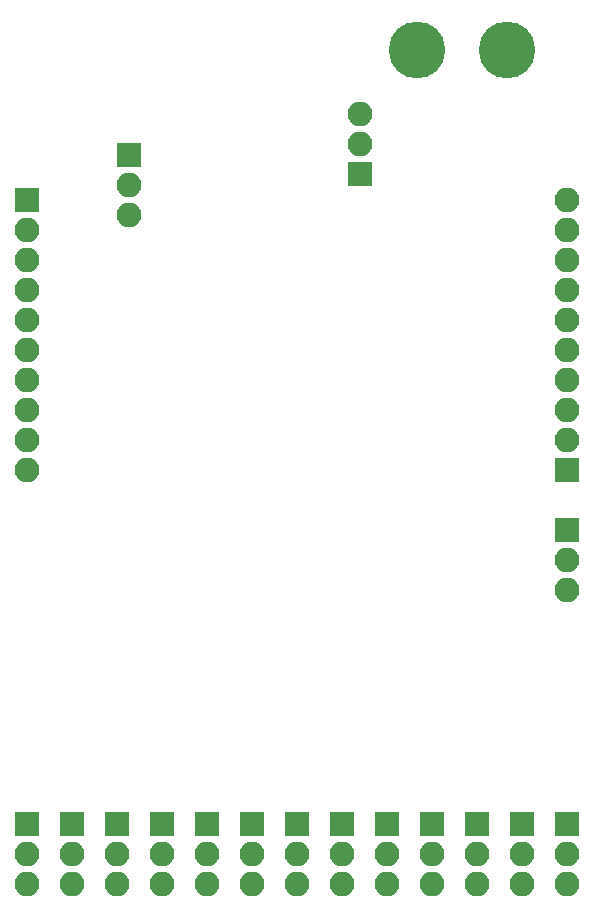
<source format=gbs>
G04 #@! TF.FileFunction,Soldermask,Bot*
%FSLAX46Y46*%
G04 Gerber Fmt 4.6, Leading zero omitted, Abs format (unit mm)*
G04 Created by KiCad (PCBNEW 4.0.4-stable) date 04/11/18 12:19:16*
%MOMM*%
%LPD*%
G01*
G04 APERTURE LIST*
%ADD10C,0.100000*%
%ADD11C,4.800000*%
%ADD12R,2.100000X2.100000*%
%ADD13O,2.100000X2.100000*%
G04 APERTURE END LIST*
D10*
D11*
X127000000Y-88900000D03*
X134620000Y-88900000D03*
D12*
X122174000Y-99441000D03*
D13*
X122174000Y-96901000D03*
X122174000Y-94361000D03*
D12*
X93980000Y-101600000D03*
D13*
X93980000Y-104140000D03*
X93980000Y-106680000D03*
X93980000Y-109220000D03*
X93980000Y-111760000D03*
X93980000Y-114300000D03*
X93980000Y-116840000D03*
X93980000Y-119380000D03*
X93980000Y-121920000D03*
X93980000Y-124460000D03*
D12*
X102616000Y-97790000D03*
D13*
X102616000Y-100330000D03*
X102616000Y-102870000D03*
D12*
X139700000Y-124460000D03*
D13*
X139700000Y-121920000D03*
X139700000Y-119380000D03*
X139700000Y-116840000D03*
X139700000Y-114300000D03*
X139700000Y-111760000D03*
X139700000Y-109220000D03*
X139700000Y-106680000D03*
X139700000Y-104140000D03*
X139700000Y-101600000D03*
D12*
X139700000Y-129540000D03*
D13*
X139700000Y-132080000D03*
X139700000Y-134620000D03*
D12*
X93980000Y-154432000D03*
D13*
X93980000Y-156972000D03*
X93980000Y-159512000D03*
D12*
X97790000Y-154432000D03*
D13*
X97790000Y-156972000D03*
X97790000Y-159512000D03*
D12*
X101600000Y-154432000D03*
D13*
X101600000Y-156972000D03*
X101600000Y-159512000D03*
D12*
X105410000Y-154432000D03*
D13*
X105410000Y-156972000D03*
X105410000Y-159512000D03*
D12*
X109220000Y-154432000D03*
D13*
X109220000Y-156972000D03*
X109220000Y-159512000D03*
D12*
X113030000Y-154432000D03*
D13*
X113030000Y-156972000D03*
X113030000Y-159512000D03*
D12*
X116840000Y-154432000D03*
D13*
X116840000Y-156972000D03*
X116840000Y-159512000D03*
D12*
X120650000Y-154432000D03*
D13*
X120650000Y-156972000D03*
X120650000Y-159512000D03*
D12*
X124460000Y-154432000D03*
D13*
X124460000Y-156972000D03*
X124460000Y-159512000D03*
D12*
X128270000Y-154432000D03*
D13*
X128270000Y-156972000D03*
X128270000Y-159512000D03*
D12*
X132080000Y-154432000D03*
D13*
X132080000Y-156972000D03*
X132080000Y-159512000D03*
D12*
X135890000Y-154432000D03*
D13*
X135890000Y-156972000D03*
X135890000Y-159512000D03*
D12*
X139700000Y-154432000D03*
D13*
X139700000Y-156972000D03*
X139700000Y-159512000D03*
M02*

</source>
